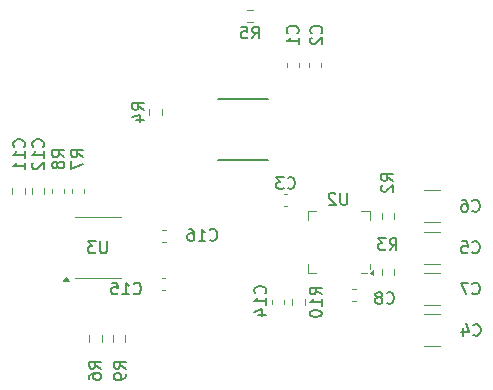
<source format=gbr>
%TF.GenerationSoftware,KiCad,Pcbnew,9.0.2*%
%TF.CreationDate,2025-07-23T20:38:51-05:00*%
%TF.ProjectId,Smart Motor,536d6172-7420-44d6-9f74-6f722e6b6963,rev?*%
%TF.SameCoordinates,Original*%
%TF.FileFunction,Legend,Bot*%
%TF.FilePolarity,Positive*%
%FSLAX46Y46*%
G04 Gerber Fmt 4.6, Leading zero omitted, Abs format (unit mm)*
G04 Created by KiCad (PCBNEW 9.0.2) date 2025-07-23 20:38:51*
%MOMM*%
%LPD*%
G01*
G04 APERTURE LIST*
%ADD10C,0.150000*%
%ADD11C,0.120000*%
%ADD12C,0.152400*%
G04 APERTURE END LIST*
D10*
X153704819Y-129333333D02*
X153228628Y-129000000D01*
X153704819Y-128761905D02*
X152704819Y-128761905D01*
X152704819Y-128761905D02*
X152704819Y-129142857D01*
X152704819Y-129142857D02*
X152752438Y-129238095D01*
X152752438Y-129238095D02*
X152800057Y-129285714D01*
X152800057Y-129285714D02*
X152895295Y-129333333D01*
X152895295Y-129333333D02*
X153038152Y-129333333D01*
X153038152Y-129333333D02*
X153133390Y-129285714D01*
X153133390Y-129285714D02*
X153181009Y-129238095D01*
X153181009Y-129238095D02*
X153228628Y-129142857D01*
X153228628Y-129142857D02*
X153228628Y-128761905D01*
X152800057Y-129714286D02*
X152752438Y-129761905D01*
X152752438Y-129761905D02*
X152704819Y-129857143D01*
X152704819Y-129857143D02*
X152704819Y-130095238D01*
X152704819Y-130095238D02*
X152752438Y-130190476D01*
X152752438Y-130190476D02*
X152800057Y-130238095D01*
X152800057Y-130238095D02*
X152895295Y-130285714D01*
X152895295Y-130285714D02*
X152990533Y-130285714D01*
X152990533Y-130285714D02*
X153133390Y-130238095D01*
X153133390Y-130238095D02*
X153704819Y-129666667D01*
X153704819Y-129666667D02*
X153704819Y-130285714D01*
X131054819Y-145233331D02*
X130578628Y-144899998D01*
X131054819Y-144661903D02*
X130054819Y-144661903D01*
X130054819Y-144661903D02*
X130054819Y-145042855D01*
X130054819Y-145042855D02*
X130102438Y-145138093D01*
X130102438Y-145138093D02*
X130150057Y-145185712D01*
X130150057Y-145185712D02*
X130245295Y-145233331D01*
X130245295Y-145233331D02*
X130388152Y-145233331D01*
X130388152Y-145233331D02*
X130483390Y-145185712D01*
X130483390Y-145185712D02*
X130531009Y-145138093D01*
X130531009Y-145138093D02*
X130578628Y-145042855D01*
X130578628Y-145042855D02*
X130578628Y-144661903D01*
X131054819Y-145709522D02*
X131054819Y-145899998D01*
X131054819Y-145899998D02*
X131007200Y-145995236D01*
X131007200Y-145995236D02*
X130959580Y-146042855D01*
X130959580Y-146042855D02*
X130816723Y-146138093D01*
X130816723Y-146138093D02*
X130626247Y-146185712D01*
X130626247Y-146185712D02*
X130245295Y-146185712D01*
X130245295Y-146185712D02*
X130150057Y-146138093D01*
X130150057Y-146138093D02*
X130102438Y-146090474D01*
X130102438Y-146090474D02*
X130054819Y-145995236D01*
X130054819Y-145995236D02*
X130054819Y-145804760D01*
X130054819Y-145804760D02*
X130102438Y-145709522D01*
X130102438Y-145709522D02*
X130150057Y-145661903D01*
X130150057Y-145661903D02*
X130245295Y-145614284D01*
X130245295Y-145614284D02*
X130483390Y-145614284D01*
X130483390Y-145614284D02*
X130578628Y-145661903D01*
X130578628Y-145661903D02*
X130626247Y-145709522D01*
X130626247Y-145709522D02*
X130673866Y-145804760D01*
X130673866Y-145804760D02*
X130673866Y-145995236D01*
X130673866Y-145995236D02*
X130626247Y-146090474D01*
X130626247Y-146090474D02*
X130578628Y-146138093D01*
X130578628Y-146138093D02*
X130483390Y-146185712D01*
X149811904Y-130354819D02*
X149811904Y-131164342D01*
X149811904Y-131164342D02*
X149764285Y-131259580D01*
X149764285Y-131259580D02*
X149716666Y-131307200D01*
X149716666Y-131307200D02*
X149621428Y-131354819D01*
X149621428Y-131354819D02*
X149430952Y-131354819D01*
X149430952Y-131354819D02*
X149335714Y-131307200D01*
X149335714Y-131307200D02*
X149288095Y-131259580D01*
X149288095Y-131259580D02*
X149240476Y-131164342D01*
X149240476Y-131164342D02*
X149240476Y-130354819D01*
X148811904Y-130450057D02*
X148764285Y-130402438D01*
X148764285Y-130402438D02*
X148669047Y-130354819D01*
X148669047Y-130354819D02*
X148430952Y-130354819D01*
X148430952Y-130354819D02*
X148335714Y-130402438D01*
X148335714Y-130402438D02*
X148288095Y-130450057D01*
X148288095Y-130450057D02*
X148240476Y-130545295D01*
X148240476Y-130545295D02*
X148240476Y-130640533D01*
X148240476Y-130640533D02*
X148288095Y-130783390D01*
X148288095Y-130783390D02*
X148859523Y-131354819D01*
X148859523Y-131354819D02*
X148240476Y-131354819D01*
X160416666Y-138859580D02*
X160464285Y-138907200D01*
X160464285Y-138907200D02*
X160607142Y-138954819D01*
X160607142Y-138954819D02*
X160702380Y-138954819D01*
X160702380Y-138954819D02*
X160845237Y-138907200D01*
X160845237Y-138907200D02*
X160940475Y-138811961D01*
X160940475Y-138811961D02*
X160988094Y-138716723D01*
X160988094Y-138716723D02*
X161035713Y-138526247D01*
X161035713Y-138526247D02*
X161035713Y-138383390D01*
X161035713Y-138383390D02*
X160988094Y-138192914D01*
X160988094Y-138192914D02*
X160940475Y-138097676D01*
X160940475Y-138097676D02*
X160845237Y-138002438D01*
X160845237Y-138002438D02*
X160702380Y-137954819D01*
X160702380Y-137954819D02*
X160607142Y-137954819D01*
X160607142Y-137954819D02*
X160464285Y-138002438D01*
X160464285Y-138002438D02*
X160416666Y-138050057D01*
X160083332Y-137954819D02*
X159416666Y-137954819D01*
X159416666Y-137954819D02*
X159845237Y-138954819D01*
X160416666Y-131859580D02*
X160464285Y-131907200D01*
X160464285Y-131907200D02*
X160607142Y-131954819D01*
X160607142Y-131954819D02*
X160702380Y-131954819D01*
X160702380Y-131954819D02*
X160845237Y-131907200D01*
X160845237Y-131907200D02*
X160940475Y-131811961D01*
X160940475Y-131811961D02*
X160988094Y-131716723D01*
X160988094Y-131716723D02*
X161035713Y-131526247D01*
X161035713Y-131526247D02*
X161035713Y-131383390D01*
X161035713Y-131383390D02*
X160988094Y-131192914D01*
X160988094Y-131192914D02*
X160940475Y-131097676D01*
X160940475Y-131097676D02*
X160845237Y-131002438D01*
X160845237Y-131002438D02*
X160702380Y-130954819D01*
X160702380Y-130954819D02*
X160607142Y-130954819D01*
X160607142Y-130954819D02*
X160464285Y-131002438D01*
X160464285Y-131002438D02*
X160416666Y-131050057D01*
X159559523Y-130954819D02*
X159749999Y-130954819D01*
X159749999Y-130954819D02*
X159845237Y-131002438D01*
X159845237Y-131002438D02*
X159892856Y-131050057D01*
X159892856Y-131050057D02*
X159988094Y-131192914D01*
X159988094Y-131192914D02*
X160035713Y-131383390D01*
X160035713Y-131383390D02*
X160035713Y-131764342D01*
X160035713Y-131764342D02*
X159988094Y-131859580D01*
X159988094Y-131859580D02*
X159940475Y-131907200D01*
X159940475Y-131907200D02*
X159845237Y-131954819D01*
X159845237Y-131954819D02*
X159654761Y-131954819D01*
X159654761Y-131954819D02*
X159559523Y-131907200D01*
X159559523Y-131907200D02*
X159511904Y-131859580D01*
X159511904Y-131859580D02*
X159464285Y-131764342D01*
X159464285Y-131764342D02*
X159464285Y-131526247D01*
X159464285Y-131526247D02*
X159511904Y-131431009D01*
X159511904Y-131431009D02*
X159559523Y-131383390D01*
X159559523Y-131383390D02*
X159654761Y-131335771D01*
X159654761Y-131335771D02*
X159845237Y-131335771D01*
X159845237Y-131335771D02*
X159940475Y-131383390D01*
X159940475Y-131383390D02*
X159988094Y-131431009D01*
X159988094Y-131431009D02*
X160035713Y-131526247D01*
X131742857Y-138859580D02*
X131790476Y-138907200D01*
X131790476Y-138907200D02*
X131933333Y-138954819D01*
X131933333Y-138954819D02*
X132028571Y-138954819D01*
X132028571Y-138954819D02*
X132171428Y-138907200D01*
X132171428Y-138907200D02*
X132266666Y-138811961D01*
X132266666Y-138811961D02*
X132314285Y-138716723D01*
X132314285Y-138716723D02*
X132361904Y-138526247D01*
X132361904Y-138526247D02*
X132361904Y-138383390D01*
X132361904Y-138383390D02*
X132314285Y-138192914D01*
X132314285Y-138192914D02*
X132266666Y-138097676D01*
X132266666Y-138097676D02*
X132171428Y-138002438D01*
X132171428Y-138002438D02*
X132028571Y-137954819D01*
X132028571Y-137954819D02*
X131933333Y-137954819D01*
X131933333Y-137954819D02*
X131790476Y-138002438D01*
X131790476Y-138002438D02*
X131742857Y-138050057D01*
X130790476Y-138954819D02*
X131361904Y-138954819D01*
X131076190Y-138954819D02*
X131076190Y-137954819D01*
X131076190Y-137954819D02*
X131171428Y-138097676D01*
X131171428Y-138097676D02*
X131266666Y-138192914D01*
X131266666Y-138192914D02*
X131361904Y-138240533D01*
X129885714Y-137954819D02*
X130361904Y-137954819D01*
X130361904Y-137954819D02*
X130409523Y-138431009D01*
X130409523Y-138431009D02*
X130361904Y-138383390D01*
X130361904Y-138383390D02*
X130266666Y-138335771D01*
X130266666Y-138335771D02*
X130028571Y-138335771D01*
X130028571Y-138335771D02*
X129933333Y-138383390D01*
X129933333Y-138383390D02*
X129885714Y-138431009D01*
X129885714Y-138431009D02*
X129838095Y-138526247D01*
X129838095Y-138526247D02*
X129838095Y-138764342D01*
X129838095Y-138764342D02*
X129885714Y-138859580D01*
X129885714Y-138859580D02*
X129933333Y-138907200D01*
X129933333Y-138907200D02*
X130028571Y-138954819D01*
X130028571Y-138954819D02*
X130266666Y-138954819D01*
X130266666Y-138954819D02*
X130361904Y-138907200D01*
X130361904Y-138907200D02*
X130409523Y-138859580D01*
X153416666Y-135204819D02*
X153749999Y-134728628D01*
X153988094Y-135204819D02*
X153988094Y-134204819D01*
X153988094Y-134204819D02*
X153607142Y-134204819D01*
X153607142Y-134204819D02*
X153511904Y-134252438D01*
X153511904Y-134252438D02*
X153464285Y-134300057D01*
X153464285Y-134300057D02*
X153416666Y-134395295D01*
X153416666Y-134395295D02*
X153416666Y-134538152D01*
X153416666Y-134538152D02*
X153464285Y-134633390D01*
X153464285Y-134633390D02*
X153511904Y-134681009D01*
X153511904Y-134681009D02*
X153607142Y-134728628D01*
X153607142Y-134728628D02*
X153988094Y-134728628D01*
X153083332Y-134204819D02*
X152464285Y-134204819D01*
X152464285Y-134204819D02*
X152797618Y-134585771D01*
X152797618Y-134585771D02*
X152654761Y-134585771D01*
X152654761Y-134585771D02*
X152559523Y-134633390D01*
X152559523Y-134633390D02*
X152511904Y-134681009D01*
X152511904Y-134681009D02*
X152464285Y-134776247D01*
X152464285Y-134776247D02*
X152464285Y-135014342D01*
X152464285Y-135014342D02*
X152511904Y-135109580D01*
X152511904Y-135109580D02*
X152559523Y-135157200D01*
X152559523Y-135157200D02*
X152654761Y-135204819D01*
X152654761Y-135204819D02*
X152940475Y-135204819D01*
X152940475Y-135204819D02*
X153035713Y-135157200D01*
X153035713Y-135157200D02*
X153083332Y-135109580D01*
X160416666Y-135359580D02*
X160464285Y-135407200D01*
X160464285Y-135407200D02*
X160607142Y-135454819D01*
X160607142Y-135454819D02*
X160702380Y-135454819D01*
X160702380Y-135454819D02*
X160845237Y-135407200D01*
X160845237Y-135407200D02*
X160940475Y-135311961D01*
X160940475Y-135311961D02*
X160988094Y-135216723D01*
X160988094Y-135216723D02*
X161035713Y-135026247D01*
X161035713Y-135026247D02*
X161035713Y-134883390D01*
X161035713Y-134883390D02*
X160988094Y-134692914D01*
X160988094Y-134692914D02*
X160940475Y-134597676D01*
X160940475Y-134597676D02*
X160845237Y-134502438D01*
X160845237Y-134502438D02*
X160702380Y-134454819D01*
X160702380Y-134454819D02*
X160607142Y-134454819D01*
X160607142Y-134454819D02*
X160464285Y-134502438D01*
X160464285Y-134502438D02*
X160416666Y-134550057D01*
X159511904Y-134454819D02*
X159988094Y-134454819D01*
X159988094Y-134454819D02*
X160035713Y-134931009D01*
X160035713Y-134931009D02*
X159988094Y-134883390D01*
X159988094Y-134883390D02*
X159892856Y-134835771D01*
X159892856Y-134835771D02*
X159654761Y-134835771D01*
X159654761Y-134835771D02*
X159559523Y-134883390D01*
X159559523Y-134883390D02*
X159511904Y-134931009D01*
X159511904Y-134931009D02*
X159464285Y-135026247D01*
X159464285Y-135026247D02*
X159464285Y-135264342D01*
X159464285Y-135264342D02*
X159511904Y-135359580D01*
X159511904Y-135359580D02*
X159559523Y-135407200D01*
X159559523Y-135407200D02*
X159654761Y-135454819D01*
X159654761Y-135454819D02*
X159892856Y-135454819D01*
X159892856Y-135454819D02*
X159988094Y-135407200D01*
X159988094Y-135407200D02*
X160035713Y-135359580D01*
X128954819Y-145233331D02*
X128478628Y-144899998D01*
X128954819Y-144661903D02*
X127954819Y-144661903D01*
X127954819Y-144661903D02*
X127954819Y-145042855D01*
X127954819Y-145042855D02*
X128002438Y-145138093D01*
X128002438Y-145138093D02*
X128050057Y-145185712D01*
X128050057Y-145185712D02*
X128145295Y-145233331D01*
X128145295Y-145233331D02*
X128288152Y-145233331D01*
X128288152Y-145233331D02*
X128383390Y-145185712D01*
X128383390Y-145185712D02*
X128431009Y-145138093D01*
X128431009Y-145138093D02*
X128478628Y-145042855D01*
X128478628Y-145042855D02*
X128478628Y-144661903D01*
X127954819Y-146090474D02*
X127954819Y-145899998D01*
X127954819Y-145899998D02*
X128002438Y-145804760D01*
X128002438Y-145804760D02*
X128050057Y-145757141D01*
X128050057Y-145757141D02*
X128192914Y-145661903D01*
X128192914Y-145661903D02*
X128383390Y-145614284D01*
X128383390Y-145614284D02*
X128764342Y-145614284D01*
X128764342Y-145614284D02*
X128859580Y-145661903D01*
X128859580Y-145661903D02*
X128907200Y-145709522D01*
X128907200Y-145709522D02*
X128954819Y-145804760D01*
X128954819Y-145804760D02*
X128954819Y-145995236D01*
X128954819Y-145995236D02*
X128907200Y-146090474D01*
X128907200Y-146090474D02*
X128859580Y-146138093D01*
X128859580Y-146138093D02*
X128764342Y-146185712D01*
X128764342Y-146185712D02*
X128526247Y-146185712D01*
X128526247Y-146185712D02*
X128431009Y-146138093D01*
X128431009Y-146138093D02*
X128383390Y-146090474D01*
X128383390Y-146090474D02*
X128335771Y-145995236D01*
X128335771Y-145995236D02*
X128335771Y-145804760D01*
X128335771Y-145804760D02*
X128383390Y-145709522D01*
X128383390Y-145709522D02*
X128431009Y-145661903D01*
X128431009Y-145661903D02*
X128526247Y-145614284D01*
X124059580Y-126457142D02*
X124107200Y-126409523D01*
X124107200Y-126409523D02*
X124154819Y-126266666D01*
X124154819Y-126266666D02*
X124154819Y-126171428D01*
X124154819Y-126171428D02*
X124107200Y-126028571D01*
X124107200Y-126028571D02*
X124011961Y-125933333D01*
X124011961Y-125933333D02*
X123916723Y-125885714D01*
X123916723Y-125885714D02*
X123726247Y-125838095D01*
X123726247Y-125838095D02*
X123583390Y-125838095D01*
X123583390Y-125838095D02*
X123392914Y-125885714D01*
X123392914Y-125885714D02*
X123297676Y-125933333D01*
X123297676Y-125933333D02*
X123202438Y-126028571D01*
X123202438Y-126028571D02*
X123154819Y-126171428D01*
X123154819Y-126171428D02*
X123154819Y-126266666D01*
X123154819Y-126266666D02*
X123202438Y-126409523D01*
X123202438Y-126409523D02*
X123250057Y-126457142D01*
X124154819Y-127409523D02*
X124154819Y-126838095D01*
X124154819Y-127123809D02*
X123154819Y-127123809D01*
X123154819Y-127123809D02*
X123297676Y-127028571D01*
X123297676Y-127028571D02*
X123392914Y-126933333D01*
X123392914Y-126933333D02*
X123440533Y-126838095D01*
X123250057Y-127790476D02*
X123202438Y-127838095D01*
X123202438Y-127838095D02*
X123154819Y-127933333D01*
X123154819Y-127933333D02*
X123154819Y-128171428D01*
X123154819Y-128171428D02*
X123202438Y-128266666D01*
X123202438Y-128266666D02*
X123250057Y-128314285D01*
X123250057Y-128314285D02*
X123345295Y-128361904D01*
X123345295Y-128361904D02*
X123440533Y-128361904D01*
X123440533Y-128361904D02*
X123583390Y-128314285D01*
X123583390Y-128314285D02*
X124154819Y-127742857D01*
X124154819Y-127742857D02*
X124154819Y-128361904D01*
X138192857Y-134309580D02*
X138240476Y-134357200D01*
X138240476Y-134357200D02*
X138383333Y-134404819D01*
X138383333Y-134404819D02*
X138478571Y-134404819D01*
X138478571Y-134404819D02*
X138621428Y-134357200D01*
X138621428Y-134357200D02*
X138716666Y-134261961D01*
X138716666Y-134261961D02*
X138764285Y-134166723D01*
X138764285Y-134166723D02*
X138811904Y-133976247D01*
X138811904Y-133976247D02*
X138811904Y-133833390D01*
X138811904Y-133833390D02*
X138764285Y-133642914D01*
X138764285Y-133642914D02*
X138716666Y-133547676D01*
X138716666Y-133547676D02*
X138621428Y-133452438D01*
X138621428Y-133452438D02*
X138478571Y-133404819D01*
X138478571Y-133404819D02*
X138383333Y-133404819D01*
X138383333Y-133404819D02*
X138240476Y-133452438D01*
X138240476Y-133452438D02*
X138192857Y-133500057D01*
X137240476Y-134404819D02*
X137811904Y-134404819D01*
X137526190Y-134404819D02*
X137526190Y-133404819D01*
X137526190Y-133404819D02*
X137621428Y-133547676D01*
X137621428Y-133547676D02*
X137716666Y-133642914D01*
X137716666Y-133642914D02*
X137811904Y-133690533D01*
X136383333Y-133404819D02*
X136573809Y-133404819D01*
X136573809Y-133404819D02*
X136669047Y-133452438D01*
X136669047Y-133452438D02*
X136716666Y-133500057D01*
X136716666Y-133500057D02*
X136811904Y-133642914D01*
X136811904Y-133642914D02*
X136859523Y-133833390D01*
X136859523Y-133833390D02*
X136859523Y-134214342D01*
X136859523Y-134214342D02*
X136811904Y-134309580D01*
X136811904Y-134309580D02*
X136764285Y-134357200D01*
X136764285Y-134357200D02*
X136669047Y-134404819D01*
X136669047Y-134404819D02*
X136478571Y-134404819D01*
X136478571Y-134404819D02*
X136383333Y-134357200D01*
X136383333Y-134357200D02*
X136335714Y-134309580D01*
X136335714Y-134309580D02*
X136288095Y-134214342D01*
X136288095Y-134214342D02*
X136288095Y-133976247D01*
X136288095Y-133976247D02*
X136335714Y-133881009D01*
X136335714Y-133881009D02*
X136383333Y-133833390D01*
X136383333Y-133833390D02*
X136478571Y-133785771D01*
X136478571Y-133785771D02*
X136669047Y-133785771D01*
X136669047Y-133785771D02*
X136764285Y-133833390D01*
X136764285Y-133833390D02*
X136811904Y-133881009D01*
X136811904Y-133881009D02*
X136859523Y-133976247D01*
X147609580Y-116833333D02*
X147657200Y-116785714D01*
X147657200Y-116785714D02*
X147704819Y-116642857D01*
X147704819Y-116642857D02*
X147704819Y-116547619D01*
X147704819Y-116547619D02*
X147657200Y-116404762D01*
X147657200Y-116404762D02*
X147561961Y-116309524D01*
X147561961Y-116309524D02*
X147466723Y-116261905D01*
X147466723Y-116261905D02*
X147276247Y-116214286D01*
X147276247Y-116214286D02*
X147133390Y-116214286D01*
X147133390Y-116214286D02*
X146942914Y-116261905D01*
X146942914Y-116261905D02*
X146847676Y-116309524D01*
X146847676Y-116309524D02*
X146752438Y-116404762D01*
X146752438Y-116404762D02*
X146704819Y-116547619D01*
X146704819Y-116547619D02*
X146704819Y-116642857D01*
X146704819Y-116642857D02*
X146752438Y-116785714D01*
X146752438Y-116785714D02*
X146800057Y-116833333D01*
X146800057Y-117214286D02*
X146752438Y-117261905D01*
X146752438Y-117261905D02*
X146704819Y-117357143D01*
X146704819Y-117357143D02*
X146704819Y-117595238D01*
X146704819Y-117595238D02*
X146752438Y-117690476D01*
X146752438Y-117690476D02*
X146800057Y-117738095D01*
X146800057Y-117738095D02*
X146895295Y-117785714D01*
X146895295Y-117785714D02*
X146990533Y-117785714D01*
X146990533Y-117785714D02*
X147133390Y-117738095D01*
X147133390Y-117738095D02*
X147704819Y-117166667D01*
X147704819Y-117166667D02*
X147704819Y-117785714D01*
X129461904Y-134454819D02*
X129461904Y-135264342D01*
X129461904Y-135264342D02*
X129414285Y-135359580D01*
X129414285Y-135359580D02*
X129366666Y-135407200D01*
X129366666Y-135407200D02*
X129271428Y-135454819D01*
X129271428Y-135454819D02*
X129080952Y-135454819D01*
X129080952Y-135454819D02*
X128985714Y-135407200D01*
X128985714Y-135407200D02*
X128938095Y-135359580D01*
X128938095Y-135359580D02*
X128890476Y-135264342D01*
X128890476Y-135264342D02*
X128890476Y-134454819D01*
X128509523Y-134454819D02*
X127890476Y-134454819D01*
X127890476Y-134454819D02*
X128223809Y-134835771D01*
X128223809Y-134835771D02*
X128080952Y-134835771D01*
X128080952Y-134835771D02*
X127985714Y-134883390D01*
X127985714Y-134883390D02*
X127938095Y-134931009D01*
X127938095Y-134931009D02*
X127890476Y-135026247D01*
X127890476Y-135026247D02*
X127890476Y-135264342D01*
X127890476Y-135264342D02*
X127938095Y-135359580D01*
X127938095Y-135359580D02*
X127985714Y-135407200D01*
X127985714Y-135407200D02*
X128080952Y-135454819D01*
X128080952Y-135454819D02*
X128366666Y-135454819D01*
X128366666Y-135454819D02*
X128461904Y-135407200D01*
X128461904Y-135407200D02*
X128509523Y-135359580D01*
X145609580Y-116833333D02*
X145657200Y-116785714D01*
X145657200Y-116785714D02*
X145704819Y-116642857D01*
X145704819Y-116642857D02*
X145704819Y-116547619D01*
X145704819Y-116547619D02*
X145657200Y-116404762D01*
X145657200Y-116404762D02*
X145561961Y-116309524D01*
X145561961Y-116309524D02*
X145466723Y-116261905D01*
X145466723Y-116261905D02*
X145276247Y-116214286D01*
X145276247Y-116214286D02*
X145133390Y-116214286D01*
X145133390Y-116214286D02*
X144942914Y-116261905D01*
X144942914Y-116261905D02*
X144847676Y-116309524D01*
X144847676Y-116309524D02*
X144752438Y-116404762D01*
X144752438Y-116404762D02*
X144704819Y-116547619D01*
X144704819Y-116547619D02*
X144704819Y-116642857D01*
X144704819Y-116642857D02*
X144752438Y-116785714D01*
X144752438Y-116785714D02*
X144800057Y-116833333D01*
X145704819Y-117785714D02*
X145704819Y-117214286D01*
X145704819Y-117500000D02*
X144704819Y-117500000D01*
X144704819Y-117500000D02*
X144847676Y-117404762D01*
X144847676Y-117404762D02*
X144942914Y-117309524D01*
X144942914Y-117309524D02*
X144990533Y-117214286D01*
X122459580Y-126457142D02*
X122507200Y-126409523D01*
X122507200Y-126409523D02*
X122554819Y-126266666D01*
X122554819Y-126266666D02*
X122554819Y-126171428D01*
X122554819Y-126171428D02*
X122507200Y-126028571D01*
X122507200Y-126028571D02*
X122411961Y-125933333D01*
X122411961Y-125933333D02*
X122316723Y-125885714D01*
X122316723Y-125885714D02*
X122126247Y-125838095D01*
X122126247Y-125838095D02*
X121983390Y-125838095D01*
X121983390Y-125838095D02*
X121792914Y-125885714D01*
X121792914Y-125885714D02*
X121697676Y-125933333D01*
X121697676Y-125933333D02*
X121602438Y-126028571D01*
X121602438Y-126028571D02*
X121554819Y-126171428D01*
X121554819Y-126171428D02*
X121554819Y-126266666D01*
X121554819Y-126266666D02*
X121602438Y-126409523D01*
X121602438Y-126409523D02*
X121650057Y-126457142D01*
X122554819Y-127409523D02*
X122554819Y-126838095D01*
X122554819Y-127123809D02*
X121554819Y-127123809D01*
X121554819Y-127123809D02*
X121697676Y-127028571D01*
X121697676Y-127028571D02*
X121792914Y-126933333D01*
X121792914Y-126933333D02*
X121840533Y-126838095D01*
X122554819Y-128361904D02*
X122554819Y-127790476D01*
X122554819Y-128076190D02*
X121554819Y-128076190D01*
X121554819Y-128076190D02*
X121697676Y-127980952D01*
X121697676Y-127980952D02*
X121792914Y-127885714D01*
X121792914Y-127885714D02*
X121840533Y-127790476D01*
X127454819Y-127333333D02*
X126978628Y-127000000D01*
X127454819Y-126761905D02*
X126454819Y-126761905D01*
X126454819Y-126761905D02*
X126454819Y-127142857D01*
X126454819Y-127142857D02*
X126502438Y-127238095D01*
X126502438Y-127238095D02*
X126550057Y-127285714D01*
X126550057Y-127285714D02*
X126645295Y-127333333D01*
X126645295Y-127333333D02*
X126788152Y-127333333D01*
X126788152Y-127333333D02*
X126883390Y-127285714D01*
X126883390Y-127285714D02*
X126931009Y-127238095D01*
X126931009Y-127238095D02*
X126978628Y-127142857D01*
X126978628Y-127142857D02*
X126978628Y-126761905D01*
X126454819Y-127666667D02*
X126454819Y-128333333D01*
X126454819Y-128333333D02*
X127454819Y-127904762D01*
X153166666Y-139659580D02*
X153214285Y-139707200D01*
X153214285Y-139707200D02*
X153357142Y-139754819D01*
X153357142Y-139754819D02*
X153452380Y-139754819D01*
X153452380Y-139754819D02*
X153595237Y-139707200D01*
X153595237Y-139707200D02*
X153690475Y-139611961D01*
X153690475Y-139611961D02*
X153738094Y-139516723D01*
X153738094Y-139516723D02*
X153785713Y-139326247D01*
X153785713Y-139326247D02*
X153785713Y-139183390D01*
X153785713Y-139183390D02*
X153738094Y-138992914D01*
X153738094Y-138992914D02*
X153690475Y-138897676D01*
X153690475Y-138897676D02*
X153595237Y-138802438D01*
X153595237Y-138802438D02*
X153452380Y-138754819D01*
X153452380Y-138754819D02*
X153357142Y-138754819D01*
X153357142Y-138754819D02*
X153214285Y-138802438D01*
X153214285Y-138802438D02*
X153166666Y-138850057D01*
X152595237Y-139183390D02*
X152690475Y-139135771D01*
X152690475Y-139135771D02*
X152738094Y-139088152D01*
X152738094Y-139088152D02*
X152785713Y-138992914D01*
X152785713Y-138992914D02*
X152785713Y-138945295D01*
X152785713Y-138945295D02*
X152738094Y-138850057D01*
X152738094Y-138850057D02*
X152690475Y-138802438D01*
X152690475Y-138802438D02*
X152595237Y-138754819D01*
X152595237Y-138754819D02*
X152404761Y-138754819D01*
X152404761Y-138754819D02*
X152309523Y-138802438D01*
X152309523Y-138802438D02*
X152261904Y-138850057D01*
X152261904Y-138850057D02*
X152214285Y-138945295D01*
X152214285Y-138945295D02*
X152214285Y-138992914D01*
X152214285Y-138992914D02*
X152261904Y-139088152D01*
X152261904Y-139088152D02*
X152309523Y-139135771D01*
X152309523Y-139135771D02*
X152404761Y-139183390D01*
X152404761Y-139183390D02*
X152595237Y-139183390D01*
X152595237Y-139183390D02*
X152690475Y-139231009D01*
X152690475Y-139231009D02*
X152738094Y-139278628D01*
X152738094Y-139278628D02*
X152785713Y-139373866D01*
X152785713Y-139373866D02*
X152785713Y-139564342D01*
X152785713Y-139564342D02*
X152738094Y-139659580D01*
X152738094Y-139659580D02*
X152690475Y-139707200D01*
X152690475Y-139707200D02*
X152595237Y-139754819D01*
X152595237Y-139754819D02*
X152404761Y-139754819D01*
X152404761Y-139754819D02*
X152309523Y-139707200D01*
X152309523Y-139707200D02*
X152261904Y-139659580D01*
X152261904Y-139659580D02*
X152214285Y-139564342D01*
X152214285Y-139564342D02*
X152214285Y-139373866D01*
X152214285Y-139373866D02*
X152261904Y-139278628D01*
X152261904Y-139278628D02*
X152309523Y-139231009D01*
X152309523Y-139231009D02*
X152404761Y-139183390D01*
X142859580Y-138857142D02*
X142907200Y-138809523D01*
X142907200Y-138809523D02*
X142954819Y-138666666D01*
X142954819Y-138666666D02*
X142954819Y-138571428D01*
X142954819Y-138571428D02*
X142907200Y-138428571D01*
X142907200Y-138428571D02*
X142811961Y-138333333D01*
X142811961Y-138333333D02*
X142716723Y-138285714D01*
X142716723Y-138285714D02*
X142526247Y-138238095D01*
X142526247Y-138238095D02*
X142383390Y-138238095D01*
X142383390Y-138238095D02*
X142192914Y-138285714D01*
X142192914Y-138285714D02*
X142097676Y-138333333D01*
X142097676Y-138333333D02*
X142002438Y-138428571D01*
X142002438Y-138428571D02*
X141954819Y-138571428D01*
X141954819Y-138571428D02*
X141954819Y-138666666D01*
X141954819Y-138666666D02*
X142002438Y-138809523D01*
X142002438Y-138809523D02*
X142050057Y-138857142D01*
X142954819Y-139809523D02*
X142954819Y-139238095D01*
X142954819Y-139523809D02*
X141954819Y-139523809D01*
X141954819Y-139523809D02*
X142097676Y-139428571D01*
X142097676Y-139428571D02*
X142192914Y-139333333D01*
X142192914Y-139333333D02*
X142240533Y-139238095D01*
X142288152Y-140666666D02*
X142954819Y-140666666D01*
X141907200Y-140428571D02*
X142621485Y-140190476D01*
X142621485Y-140190476D02*
X142621485Y-140809523D01*
X132624819Y-123345833D02*
X132148628Y-123012500D01*
X132624819Y-122774405D02*
X131624819Y-122774405D01*
X131624819Y-122774405D02*
X131624819Y-123155357D01*
X131624819Y-123155357D02*
X131672438Y-123250595D01*
X131672438Y-123250595D02*
X131720057Y-123298214D01*
X131720057Y-123298214D02*
X131815295Y-123345833D01*
X131815295Y-123345833D02*
X131958152Y-123345833D01*
X131958152Y-123345833D02*
X132053390Y-123298214D01*
X132053390Y-123298214D02*
X132101009Y-123250595D01*
X132101009Y-123250595D02*
X132148628Y-123155357D01*
X132148628Y-123155357D02*
X132148628Y-122774405D01*
X131958152Y-124202976D02*
X132624819Y-124202976D01*
X131577200Y-123964881D02*
X132291485Y-123726786D01*
X132291485Y-123726786D02*
X132291485Y-124345833D01*
X144779166Y-129929580D02*
X144826785Y-129977200D01*
X144826785Y-129977200D02*
X144969642Y-130024819D01*
X144969642Y-130024819D02*
X145064880Y-130024819D01*
X145064880Y-130024819D02*
X145207737Y-129977200D01*
X145207737Y-129977200D02*
X145302975Y-129881961D01*
X145302975Y-129881961D02*
X145350594Y-129786723D01*
X145350594Y-129786723D02*
X145398213Y-129596247D01*
X145398213Y-129596247D02*
X145398213Y-129453390D01*
X145398213Y-129453390D02*
X145350594Y-129262914D01*
X145350594Y-129262914D02*
X145302975Y-129167676D01*
X145302975Y-129167676D02*
X145207737Y-129072438D01*
X145207737Y-129072438D02*
X145064880Y-129024819D01*
X145064880Y-129024819D02*
X144969642Y-129024819D01*
X144969642Y-129024819D02*
X144826785Y-129072438D01*
X144826785Y-129072438D02*
X144779166Y-129120057D01*
X144445832Y-129024819D02*
X143826785Y-129024819D01*
X143826785Y-129024819D02*
X144160118Y-129405771D01*
X144160118Y-129405771D02*
X144017261Y-129405771D01*
X144017261Y-129405771D02*
X143922023Y-129453390D01*
X143922023Y-129453390D02*
X143874404Y-129501009D01*
X143874404Y-129501009D02*
X143826785Y-129596247D01*
X143826785Y-129596247D02*
X143826785Y-129834342D01*
X143826785Y-129834342D02*
X143874404Y-129929580D01*
X143874404Y-129929580D02*
X143922023Y-129977200D01*
X143922023Y-129977200D02*
X144017261Y-130024819D01*
X144017261Y-130024819D02*
X144302975Y-130024819D01*
X144302975Y-130024819D02*
X144398213Y-129977200D01*
X144398213Y-129977200D02*
X144445832Y-129929580D01*
X160491666Y-142359580D02*
X160539285Y-142407200D01*
X160539285Y-142407200D02*
X160682142Y-142454819D01*
X160682142Y-142454819D02*
X160777380Y-142454819D01*
X160777380Y-142454819D02*
X160920237Y-142407200D01*
X160920237Y-142407200D02*
X161015475Y-142311961D01*
X161015475Y-142311961D02*
X161063094Y-142216723D01*
X161063094Y-142216723D02*
X161110713Y-142026247D01*
X161110713Y-142026247D02*
X161110713Y-141883390D01*
X161110713Y-141883390D02*
X161063094Y-141692914D01*
X161063094Y-141692914D02*
X161015475Y-141597676D01*
X161015475Y-141597676D02*
X160920237Y-141502438D01*
X160920237Y-141502438D02*
X160777380Y-141454819D01*
X160777380Y-141454819D02*
X160682142Y-141454819D01*
X160682142Y-141454819D02*
X160539285Y-141502438D01*
X160539285Y-141502438D02*
X160491666Y-141550057D01*
X159634523Y-141788152D02*
X159634523Y-142454819D01*
X159872618Y-141407200D02*
X160110713Y-142121485D01*
X160110713Y-142121485D02*
X159491666Y-142121485D01*
X141754166Y-117284819D02*
X142087499Y-116808628D01*
X142325594Y-117284819D02*
X142325594Y-116284819D01*
X142325594Y-116284819D02*
X141944642Y-116284819D01*
X141944642Y-116284819D02*
X141849404Y-116332438D01*
X141849404Y-116332438D02*
X141801785Y-116380057D01*
X141801785Y-116380057D02*
X141754166Y-116475295D01*
X141754166Y-116475295D02*
X141754166Y-116618152D01*
X141754166Y-116618152D02*
X141801785Y-116713390D01*
X141801785Y-116713390D02*
X141849404Y-116761009D01*
X141849404Y-116761009D02*
X141944642Y-116808628D01*
X141944642Y-116808628D02*
X142325594Y-116808628D01*
X140849404Y-116284819D02*
X141325594Y-116284819D01*
X141325594Y-116284819D02*
X141373213Y-116761009D01*
X141373213Y-116761009D02*
X141325594Y-116713390D01*
X141325594Y-116713390D02*
X141230356Y-116665771D01*
X141230356Y-116665771D02*
X140992261Y-116665771D01*
X140992261Y-116665771D02*
X140897023Y-116713390D01*
X140897023Y-116713390D02*
X140849404Y-116761009D01*
X140849404Y-116761009D02*
X140801785Y-116856247D01*
X140801785Y-116856247D02*
X140801785Y-117094342D01*
X140801785Y-117094342D02*
X140849404Y-117189580D01*
X140849404Y-117189580D02*
X140897023Y-117237200D01*
X140897023Y-117237200D02*
X140992261Y-117284819D01*
X140992261Y-117284819D02*
X141230356Y-117284819D01*
X141230356Y-117284819D02*
X141325594Y-117237200D01*
X141325594Y-117237200D02*
X141373213Y-117189580D01*
X147654819Y-138957142D02*
X147178628Y-138623809D01*
X147654819Y-138385714D02*
X146654819Y-138385714D01*
X146654819Y-138385714D02*
X146654819Y-138766666D01*
X146654819Y-138766666D02*
X146702438Y-138861904D01*
X146702438Y-138861904D02*
X146750057Y-138909523D01*
X146750057Y-138909523D02*
X146845295Y-138957142D01*
X146845295Y-138957142D02*
X146988152Y-138957142D01*
X146988152Y-138957142D02*
X147083390Y-138909523D01*
X147083390Y-138909523D02*
X147131009Y-138861904D01*
X147131009Y-138861904D02*
X147178628Y-138766666D01*
X147178628Y-138766666D02*
X147178628Y-138385714D01*
X147654819Y-139909523D02*
X147654819Y-139338095D01*
X147654819Y-139623809D02*
X146654819Y-139623809D01*
X146654819Y-139623809D02*
X146797676Y-139528571D01*
X146797676Y-139528571D02*
X146892914Y-139433333D01*
X146892914Y-139433333D02*
X146940533Y-139338095D01*
X146654819Y-140528571D02*
X146654819Y-140623809D01*
X146654819Y-140623809D02*
X146702438Y-140719047D01*
X146702438Y-140719047D02*
X146750057Y-140766666D01*
X146750057Y-140766666D02*
X146845295Y-140814285D01*
X146845295Y-140814285D02*
X147035771Y-140861904D01*
X147035771Y-140861904D02*
X147273866Y-140861904D01*
X147273866Y-140861904D02*
X147464342Y-140814285D01*
X147464342Y-140814285D02*
X147559580Y-140766666D01*
X147559580Y-140766666D02*
X147607200Y-140719047D01*
X147607200Y-140719047D02*
X147654819Y-140623809D01*
X147654819Y-140623809D02*
X147654819Y-140528571D01*
X147654819Y-140528571D02*
X147607200Y-140433333D01*
X147607200Y-140433333D02*
X147559580Y-140385714D01*
X147559580Y-140385714D02*
X147464342Y-140338095D01*
X147464342Y-140338095D02*
X147273866Y-140290476D01*
X147273866Y-140290476D02*
X147035771Y-140290476D01*
X147035771Y-140290476D02*
X146845295Y-140338095D01*
X146845295Y-140338095D02*
X146750057Y-140385714D01*
X146750057Y-140385714D02*
X146702438Y-140433333D01*
X146702438Y-140433333D02*
X146654819Y-140528571D01*
X125854819Y-127333333D02*
X125378628Y-127000000D01*
X125854819Y-126761905D02*
X124854819Y-126761905D01*
X124854819Y-126761905D02*
X124854819Y-127142857D01*
X124854819Y-127142857D02*
X124902438Y-127238095D01*
X124902438Y-127238095D02*
X124950057Y-127285714D01*
X124950057Y-127285714D02*
X125045295Y-127333333D01*
X125045295Y-127333333D02*
X125188152Y-127333333D01*
X125188152Y-127333333D02*
X125283390Y-127285714D01*
X125283390Y-127285714D02*
X125331009Y-127238095D01*
X125331009Y-127238095D02*
X125378628Y-127142857D01*
X125378628Y-127142857D02*
X125378628Y-126761905D01*
X125283390Y-127904762D02*
X125235771Y-127809524D01*
X125235771Y-127809524D02*
X125188152Y-127761905D01*
X125188152Y-127761905D02*
X125092914Y-127714286D01*
X125092914Y-127714286D02*
X125045295Y-127714286D01*
X125045295Y-127714286D02*
X124950057Y-127761905D01*
X124950057Y-127761905D02*
X124902438Y-127809524D01*
X124902438Y-127809524D02*
X124854819Y-127904762D01*
X124854819Y-127904762D02*
X124854819Y-128095238D01*
X124854819Y-128095238D02*
X124902438Y-128190476D01*
X124902438Y-128190476D02*
X124950057Y-128238095D01*
X124950057Y-128238095D02*
X125045295Y-128285714D01*
X125045295Y-128285714D02*
X125092914Y-128285714D01*
X125092914Y-128285714D02*
X125188152Y-128238095D01*
X125188152Y-128238095D02*
X125235771Y-128190476D01*
X125235771Y-128190476D02*
X125283390Y-128095238D01*
X125283390Y-128095238D02*
X125283390Y-127904762D01*
X125283390Y-127904762D02*
X125331009Y-127809524D01*
X125331009Y-127809524D02*
X125378628Y-127761905D01*
X125378628Y-127761905D02*
X125473866Y-127714286D01*
X125473866Y-127714286D02*
X125664342Y-127714286D01*
X125664342Y-127714286D02*
X125759580Y-127761905D01*
X125759580Y-127761905D02*
X125807200Y-127809524D01*
X125807200Y-127809524D02*
X125854819Y-127904762D01*
X125854819Y-127904762D02*
X125854819Y-128095238D01*
X125854819Y-128095238D02*
X125807200Y-128190476D01*
X125807200Y-128190476D02*
X125759580Y-128238095D01*
X125759580Y-128238095D02*
X125664342Y-128285714D01*
X125664342Y-128285714D02*
X125473866Y-128285714D01*
X125473866Y-128285714D02*
X125378628Y-128238095D01*
X125378628Y-128238095D02*
X125331009Y-128190476D01*
X125331009Y-128190476D02*
X125283390Y-128095238D01*
D11*
%TO.C,R2*%
X152777500Y-132057776D02*
X152777500Y-132567224D01*
X153822500Y-132057776D02*
X153822500Y-132567224D01*
%TO.C,R9*%
X129977500Y-142432776D02*
X129977500Y-142942224D01*
X131022500Y-142432776D02*
X131022500Y-142942224D01*
%TO.C,U2*%
X146490000Y-131890000D02*
X147215000Y-131890000D01*
X146490000Y-132615000D02*
X146490000Y-131890000D01*
X146490000Y-136385000D02*
X146490000Y-137110000D01*
X146490000Y-137110000D02*
X147215000Y-137110000D01*
X150985000Y-137110000D02*
X151470000Y-137110000D01*
X151710000Y-131890000D02*
X150985000Y-131890000D01*
X151710000Y-132615000D02*
X151710000Y-131890000D01*
X151710000Y-136385000D02*
X151710000Y-136810000D01*
X152040000Y-137350000D02*
X151710000Y-137110000D01*
X152040000Y-136870000D01*
X152040000Y-137350000D01*
G36*
X152040000Y-137350000D02*
G01*
X151710000Y-137110000D01*
X152040000Y-136870000D01*
X152040000Y-137350000D01*
G37*
%TO.C,C7*%
X157711252Y-137140000D02*
X156288748Y-137140000D01*
X157711252Y-139860000D02*
X156288748Y-139860000D01*
%TO.C,C6*%
X156288748Y-130140000D02*
X157711252Y-130140000D01*
X156288748Y-132860000D02*
X157711252Y-132860000D01*
%TO.C,C15*%
X134116233Y-137590000D02*
X134408767Y-137590000D01*
X134116233Y-138610000D02*
X134408767Y-138610000D01*
%TO.C,R3*%
X152727500Y-136832776D02*
X152727500Y-137342224D01*
X153772500Y-136832776D02*
X153772500Y-137342224D01*
%TO.C,C5*%
X156288748Y-133640000D02*
X157711252Y-133640000D01*
X156288748Y-136360000D02*
X157711252Y-136360000D01*
%TO.C,R6*%
X127977500Y-142432776D02*
X127977500Y-142942224D01*
X129022500Y-142432776D02*
X129022500Y-142942224D01*
D12*
%TO.C,U1*%
X138917200Y-122421900D02*
X143082800Y-122421900D01*
X143082800Y-127578100D02*
X138917200Y-127578100D01*
D11*
%TO.C,C12*%
X124823333Y-130053733D02*
X124823333Y-130346267D01*
X125843333Y-130053733D02*
X125843333Y-130346267D01*
%TO.C,C16*%
X134153733Y-133490000D02*
X134446267Y-133490000D01*
X134153733Y-134510000D02*
X134446267Y-134510000D01*
%TO.C,C2*%
X146590000Y-119391233D02*
X146590000Y-119683767D01*
X147610000Y-119391233D02*
X147610000Y-119683767D01*
%TO.C,U3*%
X128700000Y-132440000D02*
X126750000Y-132440000D01*
X128700000Y-132440000D02*
X130650000Y-132440000D01*
X128700000Y-137560000D02*
X126750000Y-137560000D01*
X128700000Y-137560000D02*
X130650000Y-137560000D01*
X126240000Y-137795000D02*
X125760000Y-137795000D01*
X126000000Y-137465000D01*
X126240000Y-137795000D01*
G36*
X126240000Y-137795000D02*
G01*
X125760000Y-137795000D01*
X126000000Y-137465000D01*
X126240000Y-137795000D01*
G37*
%TO.C,C1*%
X144690000Y-119391233D02*
X144690000Y-119683767D01*
X145710000Y-119391233D02*
X145710000Y-119683767D01*
%TO.C,C11*%
X126490000Y-130053733D02*
X126490000Y-130346267D01*
X127510000Y-130053733D02*
X127510000Y-130346267D01*
%TO.C,R7*%
X121477500Y-129945276D02*
X121477500Y-130454724D01*
X122522500Y-129945276D02*
X122522500Y-130454724D01*
%TO.C,C8*%
X150533767Y-138490000D02*
X150241233Y-138490000D01*
X150533767Y-139510000D02*
X150241233Y-139510000D01*
%TO.C,C14*%
X143490000Y-139453733D02*
X143490000Y-139746267D01*
X144510000Y-139453733D02*
X144510000Y-139746267D01*
%TO.C,R4*%
X133077500Y-123257776D02*
X133077500Y-123767224D01*
X134122500Y-123257776D02*
X134122500Y-123767224D01*
%TO.C,C3*%
X144758767Y-130490000D02*
X144466233Y-130490000D01*
X144758767Y-131510000D02*
X144466233Y-131510000D01*
%TO.C,C4*%
X157711252Y-140640000D02*
X156288748Y-140640000D01*
X157711252Y-143360000D02*
X156288748Y-143360000D01*
%TO.C,R5*%
X141332776Y-114877500D02*
X141842224Y-114877500D01*
X141332776Y-115922500D02*
X141842224Y-115922500D01*
%TO.C,R10*%
X145177500Y-139867224D02*
X145177500Y-139357776D01*
X146222500Y-139867224D02*
X146222500Y-139357776D01*
%TO.C,R8*%
X123144167Y-129945276D02*
X123144167Y-130454724D01*
X124189167Y-129945276D02*
X124189167Y-130454724D01*
%TD*%
M02*

</source>
